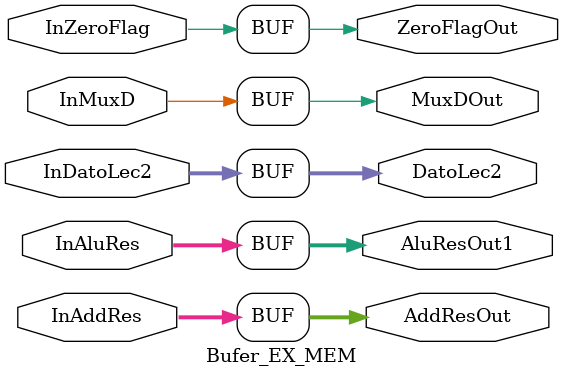
<source format=v>
`timescale 1ns/1ns

module Bufer_EX_MEM(
    input [31:0]InAddRes,
    input InZeroFlag,
    input [31:0]InAluRes,
    input [31:0]InDatoLec2,
    input InMuxD,
    output reg [31:0]AddResOut,
    output reg ZeroFlagOut,
    output reg [31:0]AluResOut1,
    output reg [31:0]DatoLec2,
    output reg MuxDOut
);

always @* 
begin
    AddResOut = InAddRes;
    ZeroFlagOut = InZeroFlag;
    AluResOut1 = InAluRes;
    DatoLec2 = InDatoLec2;
    MuxDOut = InMuxD;
end
endmodule
</source>
